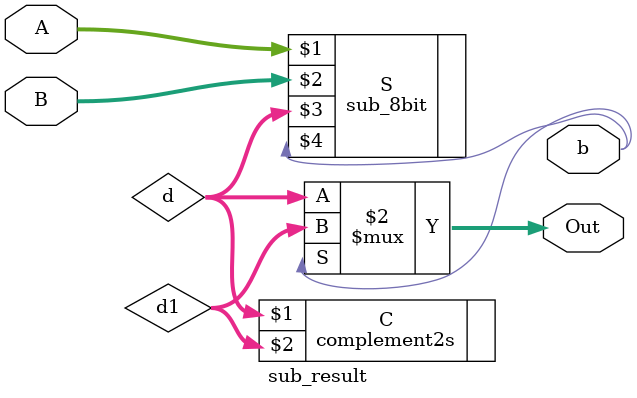
<source format=v>
`timescale 1ns / 1ps


module sub_result(
    input [7:0] A,
    input [7:0] B,
    output [7:0] Out,
	 output b
    );
	 
wire [7:0]d;
wire [7:0]d1;

sub_8bit S(A,B,d,b);
complement2s C(d, d1);
assign Out=(b == 1'b1)?d1:d;
endmodule
</source>
